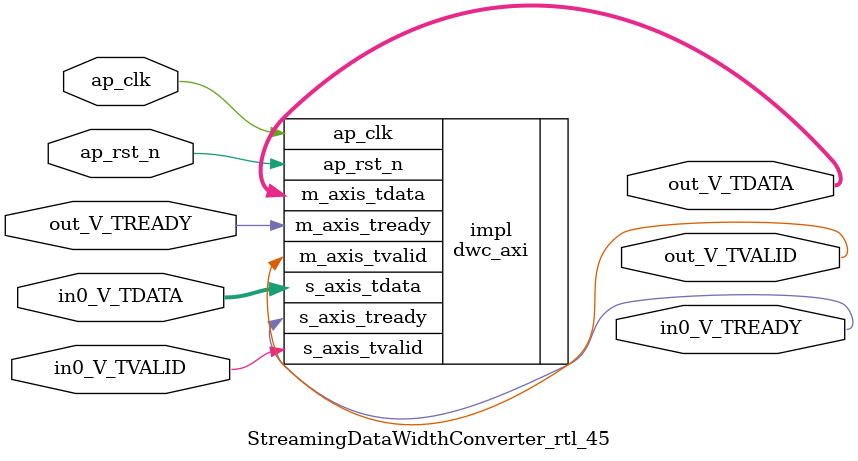
<source format=v>
/******************************************************************************
 * Copyright (C) 2023, Advanced Micro Devices, Inc.
 * All rights reserved.
 *
 * Redistribution and use in source and binary forms, with or without
 * modification, are permitted provided that the following conditions are met:
 *
 *  1. Redistributions of source code must retain the above copyright notice,
 *     this list of conditions and the following disclaimer.
 *
 *  2. Redistributions in binary form must reproduce the above copyright
 *     notice, this list of conditions and the following disclaimer in the
 *     documentation and/or other materials provided with the distribution.
 *
 *  3. Neither the name of the copyright holder nor the names of its
 *     contributors may be used to endorse or promote products derived from
 *     this software without specific prior written permission.
 *
 * THIS SOFTWARE IS PROVIDED BY THE COPYRIGHT HOLDERS AND CONTRIBUTORS "AS IS"
 * AND ANY EXPRESS OR IMPLIED WARRANTIES, INCLUDING, BUT NOT LIMITED TO,
 * THE IMPLIED WARRANTIES OF MERCHANTABILITY AND FITNESS FOR A PARTICULAR
 * PURPOSE ARE DISCLAIMED. IN NO EVENT SHALL THE COPYRIGHT HOLDER OR
 * CONTRIBUTORS BE LIABLE FOR ANY DIRECT, INDIRECT, INCIDENTAL, SPECIAL,
 * EXEMPLARY, OR CONSEQUENTIAL DAMAGES (INCLUDING, BUT NOT LIMITED TO,
 * PROCUREMENT OF SUBSTITUTE GOODS OR SERVICES; LOSS OF USE, DATA, OR PROFITS;
 * OR BUSINESS INTERRUPTION). HOWEVER CAUSED AND ON ANY THEORY OF LIABILITY,
 * WHETHER IN CONTRACT, STRICT LIABILITY, OR TORT (INCLUDING NEGLIGENCE OR
 * OTHERWISE) ARISING IN ANY WAY OUT OF THE USE OF THIS SOFTWARE, EVEN IF
 * ADVISED OF THE POSSIBILITY OF SUCH DAMAGE.
 *****************************************************************************/

module StreamingDataWidthConverter_rtl_45 #(
	parameter  IBITS = 4,
	parameter  OBITS = 256,

	parameter  AXI_IBITS = (IBITS+7)/8 * 8,
	parameter  AXI_OBITS = (OBITS+7)/8 * 8
)(
	//- Global Control ------------------
	(* X_INTERFACE_INFO = "xilinx.com:signal:clock:1.0 ap_clk CLK" *)
	(* X_INTERFACE_PARAMETER = "ASSOCIATED_BUSIF in0_V:out_V, ASSOCIATED_RESET ap_rst_n" *)
	input	ap_clk,
	(* X_INTERFACE_PARAMETER = "POLARITY ACTIVE_LOW" *)
	input	ap_rst_n,

	//- AXI Stream - Input --------------
	output	in0_V_TREADY,
	input	in0_V_TVALID,
	input	[AXI_IBITS-1:0]  in0_V_TDATA,

	//- AXI Stream - Output -------------
	input	out_V_TREADY,
	output	out_V_TVALID,
	output	[AXI_OBITS-1:0]  out_V_TDATA
);

	dwc_axi #(
		.IBITS(IBITS),
		.OBITS(OBITS)
	) impl (
		.ap_clk(ap_clk),
		.ap_rst_n(ap_rst_n),
		.s_axis_tready(in0_V_TREADY),
		.s_axis_tvalid(in0_V_TVALID),
		.s_axis_tdata(in0_V_TDATA),
		.m_axis_tready(out_V_TREADY),
		.m_axis_tvalid(out_V_TVALID),
		.m_axis_tdata(out_V_TDATA)
	);

endmodule

</source>
